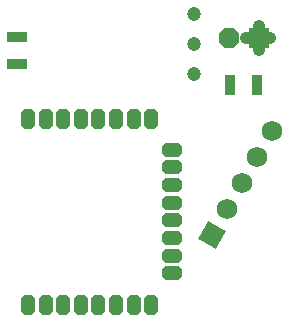
<source format=gbs>
G04*
G04 #@! TF.GenerationSoftware,Altium Limited,Altium NEXUS,1.0.9 (89)*
G04*
G04 Layer_Color=16711935*
%FSLAX42Y42*%
%MOMM*%
G71*
G01*
G75*
%ADD12C,1.00*%
%ADD14P,1.87X8X22.5*%
%ADD15R,1.73X1.73*%
%ADD16P,2.44X4X105.0*%
%ADD17C,1.73*%
%ADD29R,1.73X0.95*%
%ADD30C,1.20*%
G04:AMPARAMS|DCode=31|XSize=1.73mm|YSize=1.2mm|CornerRadius=0mm|HoleSize=0mm|Usage=FLASHONLY|Rotation=0.000|XOffset=0mm|YOffset=0mm|HoleType=Round|Shape=Octagon|*
%AMOCTAGOND31*
4,1,8,0.86,-0.30,0.86,0.30,0.56,0.60,-0.56,0.60,-0.86,0.30,-0.86,-0.30,-0.56,-0.60,0.56,-0.60,0.86,-0.30,0.0*
%
%ADD31OCTAGOND31*%

G04:AMPARAMS|DCode=32|XSize=1.73mm|YSize=1.2mm|CornerRadius=0mm|HoleSize=0mm|Usage=FLASHONLY|Rotation=90.000|XOffset=0mm|YOffset=0mm|HoleType=Round|Shape=Octagon|*
%AMOCTAGOND32*
4,1,8,0.30,0.86,-0.30,0.86,-0.60,0.56,-0.60,-0.56,-0.30,-0.86,0.30,-0.86,0.60,-0.56,0.60,0.56,0.30,0.86,0.0*
%
%ADD32OCTAGOND32*%

%ADD33R,0.95X1.73*%
D12*
X2261Y2252D02*
Y2452D01*
X2158Y2350D02*
X2358D01*
D14*
X2007D02*
D03*
D15*
X2261D02*
D03*
D16*
X1867Y682D02*
D03*
D17*
X1994Y902D02*
D03*
X2121Y1122D02*
D03*
X2248Y1342D02*
D03*
X2375Y1562D02*
D03*
D29*
X216Y2134D02*
D03*
Y2362D02*
D03*
D30*
X1715Y2553D02*
D03*
Y2299D02*
D03*
Y2045D02*
D03*
D31*
X1530Y509D02*
D03*
Y658D02*
D03*
Y808D02*
D03*
Y957D02*
D03*
Y1106D02*
D03*
Y1255D02*
D03*
Y1404D02*
D03*
Y360D02*
D03*
D32*
X1203Y1664D02*
D03*
X1054D02*
D03*
X905D02*
D03*
X756D02*
D03*
X606D02*
D03*
X457D02*
D03*
X308D02*
D03*
Y89D02*
D03*
X457D02*
D03*
X606D02*
D03*
X756D02*
D03*
X905D02*
D03*
X1054D02*
D03*
X1352Y1664D02*
D03*
X1203Y89D02*
D03*
X1352D02*
D03*
D33*
X2248Y1956D02*
D03*
X2019D02*
D03*
M02*

</source>
